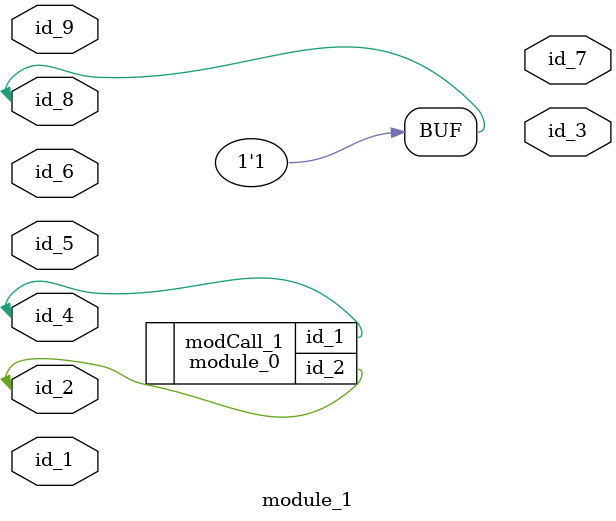
<source format=v>
module module_0 (
    id_1,
    id_2
);
  inout wire id_2;
  output wire id_1;
  wire id_3;
  wire id_4;
endmodule
module module_1 (
    id_1,
    id_2,
    id_3,
    id_4,
    id_5,
    id_6,
    id_7,
    id_8,
    id_9
);
  inout wire id_9;
  inout wire id_8;
  output wire id_7;
  input wire id_6;
  inout wire id_5;
  inout wire id_4;
  output wire id_3;
  inout wire id_2;
  input wire id_1;
  assign id_8 = 1;
  module_0 modCall_1 (
      id_4,
      id_2
  );
endmodule

</source>
